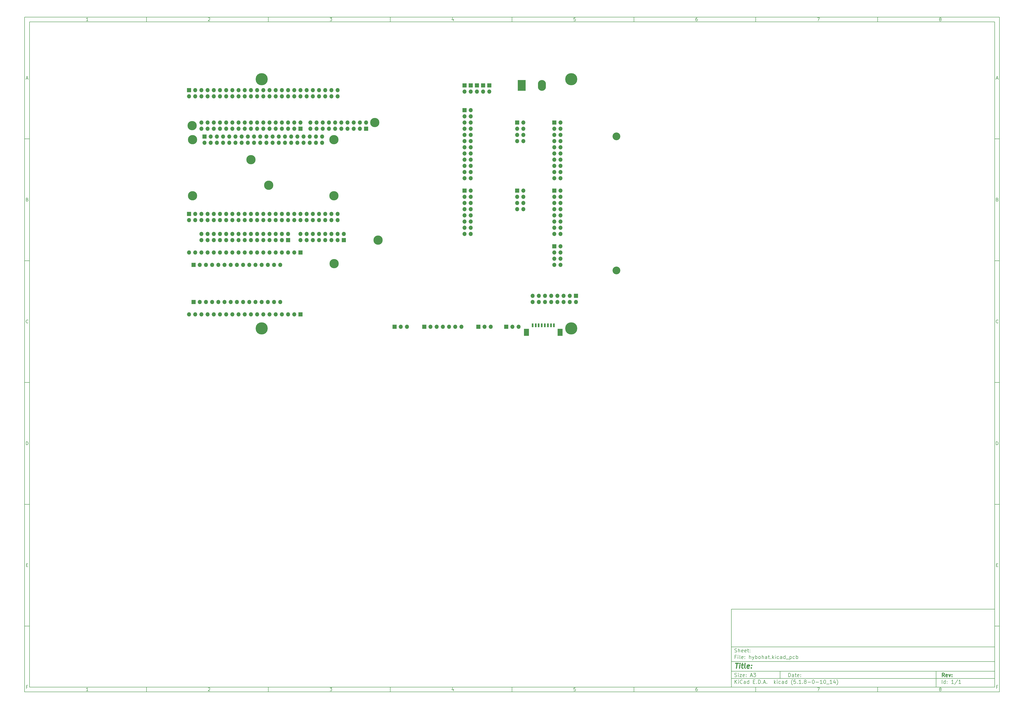
<source format=gbr>
G04 #@! TF.GenerationSoftware,KiCad,Pcbnew,(5.1.8-0-10_14)*
G04 #@! TF.CreationDate,2020-11-12T09:26:00+09:00*
G04 #@! TF.ProjectId,hybohat,6879626f-6861-4742-9e6b-696361645f70,rev?*
G04 #@! TF.SameCoordinates,Original*
G04 #@! TF.FileFunction,Soldermask,Top*
G04 #@! TF.FilePolarity,Negative*
%FSLAX46Y46*%
G04 Gerber Fmt 4.6, Leading zero omitted, Abs format (unit mm)*
G04 Created by KiCad (PCBNEW (5.1.8-0-10_14)) date 2020-11-12 09:26:00*
%MOMM*%
%LPD*%
G01*
G04 APERTURE LIST*
%ADD10C,0.100000*%
%ADD11C,0.150000*%
%ADD12C,0.300000*%
%ADD13C,0.400000*%
%ADD14O,1.700000X1.700000*%
%ADD15R,1.700000X1.700000*%
%ADD16C,5.000000*%
%ADD17C,3.810000*%
%ADD18C,3.200000*%
%ADD19R,3.300001X4.445000*%
%ADD20O,3.300001X4.445000*%
%ADD21R,2.100000X3.000000*%
%ADD22R,0.800000X1.600000*%
G04 APERTURE END LIST*
D10*
D11*
X299989000Y-253002200D02*
X299989000Y-285002200D01*
X407989000Y-285002200D01*
X407989000Y-253002200D01*
X299989000Y-253002200D01*
D10*
D11*
X10000000Y-10000000D02*
X10000000Y-287002200D01*
X409989000Y-287002200D01*
X409989000Y-10000000D01*
X10000000Y-10000000D01*
D10*
D11*
X12000000Y-12000000D02*
X12000000Y-285002200D01*
X407989000Y-285002200D01*
X407989000Y-12000000D01*
X12000000Y-12000000D01*
D10*
D11*
X60000000Y-12000000D02*
X60000000Y-10000000D01*
D10*
D11*
X110000000Y-12000000D02*
X110000000Y-10000000D01*
D10*
D11*
X160000000Y-12000000D02*
X160000000Y-10000000D01*
D10*
D11*
X210000000Y-12000000D02*
X210000000Y-10000000D01*
D10*
D11*
X260000000Y-12000000D02*
X260000000Y-10000000D01*
D10*
D11*
X310000000Y-12000000D02*
X310000000Y-10000000D01*
D10*
D11*
X360000000Y-12000000D02*
X360000000Y-10000000D01*
D10*
D11*
X36065476Y-11588095D02*
X35322619Y-11588095D01*
X35694047Y-11588095D02*
X35694047Y-10288095D01*
X35570238Y-10473809D01*
X35446428Y-10597619D01*
X35322619Y-10659523D01*
D10*
D11*
X85322619Y-10411904D02*
X85384523Y-10350000D01*
X85508333Y-10288095D01*
X85817857Y-10288095D01*
X85941666Y-10350000D01*
X86003571Y-10411904D01*
X86065476Y-10535714D01*
X86065476Y-10659523D01*
X86003571Y-10845238D01*
X85260714Y-11588095D01*
X86065476Y-11588095D01*
D10*
D11*
X135260714Y-10288095D02*
X136065476Y-10288095D01*
X135632142Y-10783333D01*
X135817857Y-10783333D01*
X135941666Y-10845238D01*
X136003571Y-10907142D01*
X136065476Y-11030952D01*
X136065476Y-11340476D01*
X136003571Y-11464285D01*
X135941666Y-11526190D01*
X135817857Y-11588095D01*
X135446428Y-11588095D01*
X135322619Y-11526190D01*
X135260714Y-11464285D01*
D10*
D11*
X185941666Y-10721428D02*
X185941666Y-11588095D01*
X185632142Y-10226190D02*
X185322619Y-11154761D01*
X186127380Y-11154761D01*
D10*
D11*
X236003571Y-10288095D02*
X235384523Y-10288095D01*
X235322619Y-10907142D01*
X235384523Y-10845238D01*
X235508333Y-10783333D01*
X235817857Y-10783333D01*
X235941666Y-10845238D01*
X236003571Y-10907142D01*
X236065476Y-11030952D01*
X236065476Y-11340476D01*
X236003571Y-11464285D01*
X235941666Y-11526190D01*
X235817857Y-11588095D01*
X235508333Y-11588095D01*
X235384523Y-11526190D01*
X235322619Y-11464285D01*
D10*
D11*
X285941666Y-10288095D02*
X285694047Y-10288095D01*
X285570238Y-10350000D01*
X285508333Y-10411904D01*
X285384523Y-10597619D01*
X285322619Y-10845238D01*
X285322619Y-11340476D01*
X285384523Y-11464285D01*
X285446428Y-11526190D01*
X285570238Y-11588095D01*
X285817857Y-11588095D01*
X285941666Y-11526190D01*
X286003571Y-11464285D01*
X286065476Y-11340476D01*
X286065476Y-11030952D01*
X286003571Y-10907142D01*
X285941666Y-10845238D01*
X285817857Y-10783333D01*
X285570238Y-10783333D01*
X285446428Y-10845238D01*
X285384523Y-10907142D01*
X285322619Y-11030952D01*
D10*
D11*
X335260714Y-10288095D02*
X336127380Y-10288095D01*
X335570238Y-11588095D01*
D10*
D11*
X385570238Y-10845238D02*
X385446428Y-10783333D01*
X385384523Y-10721428D01*
X385322619Y-10597619D01*
X385322619Y-10535714D01*
X385384523Y-10411904D01*
X385446428Y-10350000D01*
X385570238Y-10288095D01*
X385817857Y-10288095D01*
X385941666Y-10350000D01*
X386003571Y-10411904D01*
X386065476Y-10535714D01*
X386065476Y-10597619D01*
X386003571Y-10721428D01*
X385941666Y-10783333D01*
X385817857Y-10845238D01*
X385570238Y-10845238D01*
X385446428Y-10907142D01*
X385384523Y-10969047D01*
X385322619Y-11092857D01*
X385322619Y-11340476D01*
X385384523Y-11464285D01*
X385446428Y-11526190D01*
X385570238Y-11588095D01*
X385817857Y-11588095D01*
X385941666Y-11526190D01*
X386003571Y-11464285D01*
X386065476Y-11340476D01*
X386065476Y-11092857D01*
X386003571Y-10969047D01*
X385941666Y-10907142D01*
X385817857Y-10845238D01*
D10*
D11*
X60000000Y-285002200D02*
X60000000Y-287002200D01*
D10*
D11*
X110000000Y-285002200D02*
X110000000Y-287002200D01*
D10*
D11*
X160000000Y-285002200D02*
X160000000Y-287002200D01*
D10*
D11*
X210000000Y-285002200D02*
X210000000Y-287002200D01*
D10*
D11*
X260000000Y-285002200D02*
X260000000Y-287002200D01*
D10*
D11*
X310000000Y-285002200D02*
X310000000Y-287002200D01*
D10*
D11*
X360000000Y-285002200D02*
X360000000Y-287002200D01*
D10*
D11*
X36065476Y-286590295D02*
X35322619Y-286590295D01*
X35694047Y-286590295D02*
X35694047Y-285290295D01*
X35570238Y-285476009D01*
X35446428Y-285599819D01*
X35322619Y-285661723D01*
D10*
D11*
X85322619Y-285414104D02*
X85384523Y-285352200D01*
X85508333Y-285290295D01*
X85817857Y-285290295D01*
X85941666Y-285352200D01*
X86003571Y-285414104D01*
X86065476Y-285537914D01*
X86065476Y-285661723D01*
X86003571Y-285847438D01*
X85260714Y-286590295D01*
X86065476Y-286590295D01*
D10*
D11*
X135260714Y-285290295D02*
X136065476Y-285290295D01*
X135632142Y-285785533D01*
X135817857Y-285785533D01*
X135941666Y-285847438D01*
X136003571Y-285909342D01*
X136065476Y-286033152D01*
X136065476Y-286342676D01*
X136003571Y-286466485D01*
X135941666Y-286528390D01*
X135817857Y-286590295D01*
X135446428Y-286590295D01*
X135322619Y-286528390D01*
X135260714Y-286466485D01*
D10*
D11*
X185941666Y-285723628D02*
X185941666Y-286590295D01*
X185632142Y-285228390D02*
X185322619Y-286156961D01*
X186127380Y-286156961D01*
D10*
D11*
X236003571Y-285290295D02*
X235384523Y-285290295D01*
X235322619Y-285909342D01*
X235384523Y-285847438D01*
X235508333Y-285785533D01*
X235817857Y-285785533D01*
X235941666Y-285847438D01*
X236003571Y-285909342D01*
X236065476Y-286033152D01*
X236065476Y-286342676D01*
X236003571Y-286466485D01*
X235941666Y-286528390D01*
X235817857Y-286590295D01*
X235508333Y-286590295D01*
X235384523Y-286528390D01*
X235322619Y-286466485D01*
D10*
D11*
X285941666Y-285290295D02*
X285694047Y-285290295D01*
X285570238Y-285352200D01*
X285508333Y-285414104D01*
X285384523Y-285599819D01*
X285322619Y-285847438D01*
X285322619Y-286342676D01*
X285384523Y-286466485D01*
X285446428Y-286528390D01*
X285570238Y-286590295D01*
X285817857Y-286590295D01*
X285941666Y-286528390D01*
X286003571Y-286466485D01*
X286065476Y-286342676D01*
X286065476Y-286033152D01*
X286003571Y-285909342D01*
X285941666Y-285847438D01*
X285817857Y-285785533D01*
X285570238Y-285785533D01*
X285446428Y-285847438D01*
X285384523Y-285909342D01*
X285322619Y-286033152D01*
D10*
D11*
X335260714Y-285290295D02*
X336127380Y-285290295D01*
X335570238Y-286590295D01*
D10*
D11*
X385570238Y-285847438D02*
X385446428Y-285785533D01*
X385384523Y-285723628D01*
X385322619Y-285599819D01*
X385322619Y-285537914D01*
X385384523Y-285414104D01*
X385446428Y-285352200D01*
X385570238Y-285290295D01*
X385817857Y-285290295D01*
X385941666Y-285352200D01*
X386003571Y-285414104D01*
X386065476Y-285537914D01*
X386065476Y-285599819D01*
X386003571Y-285723628D01*
X385941666Y-285785533D01*
X385817857Y-285847438D01*
X385570238Y-285847438D01*
X385446428Y-285909342D01*
X385384523Y-285971247D01*
X385322619Y-286095057D01*
X385322619Y-286342676D01*
X385384523Y-286466485D01*
X385446428Y-286528390D01*
X385570238Y-286590295D01*
X385817857Y-286590295D01*
X385941666Y-286528390D01*
X386003571Y-286466485D01*
X386065476Y-286342676D01*
X386065476Y-286095057D01*
X386003571Y-285971247D01*
X385941666Y-285909342D01*
X385817857Y-285847438D01*
D10*
D11*
X10000000Y-60000000D02*
X12000000Y-60000000D01*
D10*
D11*
X10000000Y-110000000D02*
X12000000Y-110000000D01*
D10*
D11*
X10000000Y-160000000D02*
X12000000Y-160000000D01*
D10*
D11*
X10000000Y-210000000D02*
X12000000Y-210000000D01*
D10*
D11*
X10000000Y-260000000D02*
X12000000Y-260000000D01*
D10*
D11*
X10690476Y-35216666D02*
X11309523Y-35216666D01*
X10566666Y-35588095D02*
X11000000Y-34288095D01*
X11433333Y-35588095D01*
D10*
D11*
X11092857Y-84907142D02*
X11278571Y-84969047D01*
X11340476Y-85030952D01*
X11402380Y-85154761D01*
X11402380Y-85340476D01*
X11340476Y-85464285D01*
X11278571Y-85526190D01*
X11154761Y-85588095D01*
X10659523Y-85588095D01*
X10659523Y-84288095D01*
X11092857Y-84288095D01*
X11216666Y-84350000D01*
X11278571Y-84411904D01*
X11340476Y-84535714D01*
X11340476Y-84659523D01*
X11278571Y-84783333D01*
X11216666Y-84845238D01*
X11092857Y-84907142D01*
X10659523Y-84907142D01*
D10*
D11*
X11402380Y-135464285D02*
X11340476Y-135526190D01*
X11154761Y-135588095D01*
X11030952Y-135588095D01*
X10845238Y-135526190D01*
X10721428Y-135402380D01*
X10659523Y-135278571D01*
X10597619Y-135030952D01*
X10597619Y-134845238D01*
X10659523Y-134597619D01*
X10721428Y-134473809D01*
X10845238Y-134350000D01*
X11030952Y-134288095D01*
X11154761Y-134288095D01*
X11340476Y-134350000D01*
X11402380Y-134411904D01*
D10*
D11*
X10659523Y-185588095D02*
X10659523Y-184288095D01*
X10969047Y-184288095D01*
X11154761Y-184350000D01*
X11278571Y-184473809D01*
X11340476Y-184597619D01*
X11402380Y-184845238D01*
X11402380Y-185030952D01*
X11340476Y-185278571D01*
X11278571Y-185402380D01*
X11154761Y-185526190D01*
X10969047Y-185588095D01*
X10659523Y-185588095D01*
D10*
D11*
X10721428Y-234907142D02*
X11154761Y-234907142D01*
X11340476Y-235588095D02*
X10721428Y-235588095D01*
X10721428Y-234288095D01*
X11340476Y-234288095D01*
D10*
D11*
X11185714Y-284907142D02*
X10752380Y-284907142D01*
X10752380Y-285588095D02*
X10752380Y-284288095D01*
X11371428Y-284288095D01*
D10*
D11*
X409989000Y-60000000D02*
X407989000Y-60000000D01*
D10*
D11*
X409989000Y-110000000D02*
X407989000Y-110000000D01*
D10*
D11*
X409989000Y-160000000D02*
X407989000Y-160000000D01*
D10*
D11*
X409989000Y-210000000D02*
X407989000Y-210000000D01*
D10*
D11*
X409989000Y-260000000D02*
X407989000Y-260000000D01*
D10*
D11*
X408679476Y-35216666D02*
X409298523Y-35216666D01*
X408555666Y-35588095D02*
X408989000Y-34288095D01*
X409422333Y-35588095D01*
D10*
D11*
X409081857Y-84907142D02*
X409267571Y-84969047D01*
X409329476Y-85030952D01*
X409391380Y-85154761D01*
X409391380Y-85340476D01*
X409329476Y-85464285D01*
X409267571Y-85526190D01*
X409143761Y-85588095D01*
X408648523Y-85588095D01*
X408648523Y-84288095D01*
X409081857Y-84288095D01*
X409205666Y-84350000D01*
X409267571Y-84411904D01*
X409329476Y-84535714D01*
X409329476Y-84659523D01*
X409267571Y-84783333D01*
X409205666Y-84845238D01*
X409081857Y-84907142D01*
X408648523Y-84907142D01*
D10*
D11*
X409391380Y-135464285D02*
X409329476Y-135526190D01*
X409143761Y-135588095D01*
X409019952Y-135588095D01*
X408834238Y-135526190D01*
X408710428Y-135402380D01*
X408648523Y-135278571D01*
X408586619Y-135030952D01*
X408586619Y-134845238D01*
X408648523Y-134597619D01*
X408710428Y-134473809D01*
X408834238Y-134350000D01*
X409019952Y-134288095D01*
X409143761Y-134288095D01*
X409329476Y-134350000D01*
X409391380Y-134411904D01*
D10*
D11*
X408648523Y-185588095D02*
X408648523Y-184288095D01*
X408958047Y-184288095D01*
X409143761Y-184350000D01*
X409267571Y-184473809D01*
X409329476Y-184597619D01*
X409391380Y-184845238D01*
X409391380Y-185030952D01*
X409329476Y-185278571D01*
X409267571Y-185402380D01*
X409143761Y-185526190D01*
X408958047Y-185588095D01*
X408648523Y-185588095D01*
D10*
D11*
X408710428Y-234907142D02*
X409143761Y-234907142D01*
X409329476Y-235588095D02*
X408710428Y-235588095D01*
X408710428Y-234288095D01*
X409329476Y-234288095D01*
D10*
D11*
X409174714Y-284907142D02*
X408741380Y-284907142D01*
X408741380Y-285588095D02*
X408741380Y-284288095D01*
X409360428Y-284288095D01*
D10*
D11*
X323421142Y-280780771D02*
X323421142Y-279280771D01*
X323778285Y-279280771D01*
X323992571Y-279352200D01*
X324135428Y-279495057D01*
X324206857Y-279637914D01*
X324278285Y-279923628D01*
X324278285Y-280137914D01*
X324206857Y-280423628D01*
X324135428Y-280566485D01*
X323992571Y-280709342D01*
X323778285Y-280780771D01*
X323421142Y-280780771D01*
X325564000Y-280780771D02*
X325564000Y-279995057D01*
X325492571Y-279852200D01*
X325349714Y-279780771D01*
X325064000Y-279780771D01*
X324921142Y-279852200D01*
X325564000Y-280709342D02*
X325421142Y-280780771D01*
X325064000Y-280780771D01*
X324921142Y-280709342D01*
X324849714Y-280566485D01*
X324849714Y-280423628D01*
X324921142Y-280280771D01*
X325064000Y-280209342D01*
X325421142Y-280209342D01*
X325564000Y-280137914D01*
X326064000Y-279780771D02*
X326635428Y-279780771D01*
X326278285Y-279280771D02*
X326278285Y-280566485D01*
X326349714Y-280709342D01*
X326492571Y-280780771D01*
X326635428Y-280780771D01*
X327706857Y-280709342D02*
X327564000Y-280780771D01*
X327278285Y-280780771D01*
X327135428Y-280709342D01*
X327064000Y-280566485D01*
X327064000Y-279995057D01*
X327135428Y-279852200D01*
X327278285Y-279780771D01*
X327564000Y-279780771D01*
X327706857Y-279852200D01*
X327778285Y-279995057D01*
X327778285Y-280137914D01*
X327064000Y-280280771D01*
X328421142Y-280637914D02*
X328492571Y-280709342D01*
X328421142Y-280780771D01*
X328349714Y-280709342D01*
X328421142Y-280637914D01*
X328421142Y-280780771D01*
X328421142Y-279852200D02*
X328492571Y-279923628D01*
X328421142Y-279995057D01*
X328349714Y-279923628D01*
X328421142Y-279852200D01*
X328421142Y-279995057D01*
D10*
D11*
X299989000Y-281502200D02*
X407989000Y-281502200D01*
D10*
D11*
X301421142Y-283580771D02*
X301421142Y-282080771D01*
X302278285Y-283580771D02*
X301635428Y-282723628D01*
X302278285Y-282080771D02*
X301421142Y-282937914D01*
X302921142Y-283580771D02*
X302921142Y-282580771D01*
X302921142Y-282080771D02*
X302849714Y-282152200D01*
X302921142Y-282223628D01*
X302992571Y-282152200D01*
X302921142Y-282080771D01*
X302921142Y-282223628D01*
X304492571Y-283437914D02*
X304421142Y-283509342D01*
X304206857Y-283580771D01*
X304064000Y-283580771D01*
X303849714Y-283509342D01*
X303706857Y-283366485D01*
X303635428Y-283223628D01*
X303564000Y-282937914D01*
X303564000Y-282723628D01*
X303635428Y-282437914D01*
X303706857Y-282295057D01*
X303849714Y-282152200D01*
X304064000Y-282080771D01*
X304206857Y-282080771D01*
X304421142Y-282152200D01*
X304492571Y-282223628D01*
X305778285Y-283580771D02*
X305778285Y-282795057D01*
X305706857Y-282652200D01*
X305564000Y-282580771D01*
X305278285Y-282580771D01*
X305135428Y-282652200D01*
X305778285Y-283509342D02*
X305635428Y-283580771D01*
X305278285Y-283580771D01*
X305135428Y-283509342D01*
X305064000Y-283366485D01*
X305064000Y-283223628D01*
X305135428Y-283080771D01*
X305278285Y-283009342D01*
X305635428Y-283009342D01*
X305778285Y-282937914D01*
X307135428Y-283580771D02*
X307135428Y-282080771D01*
X307135428Y-283509342D02*
X306992571Y-283580771D01*
X306706857Y-283580771D01*
X306564000Y-283509342D01*
X306492571Y-283437914D01*
X306421142Y-283295057D01*
X306421142Y-282866485D01*
X306492571Y-282723628D01*
X306564000Y-282652200D01*
X306706857Y-282580771D01*
X306992571Y-282580771D01*
X307135428Y-282652200D01*
X308992571Y-282795057D02*
X309492571Y-282795057D01*
X309706857Y-283580771D02*
X308992571Y-283580771D01*
X308992571Y-282080771D01*
X309706857Y-282080771D01*
X310349714Y-283437914D02*
X310421142Y-283509342D01*
X310349714Y-283580771D01*
X310278285Y-283509342D01*
X310349714Y-283437914D01*
X310349714Y-283580771D01*
X311064000Y-283580771D02*
X311064000Y-282080771D01*
X311421142Y-282080771D01*
X311635428Y-282152200D01*
X311778285Y-282295057D01*
X311849714Y-282437914D01*
X311921142Y-282723628D01*
X311921142Y-282937914D01*
X311849714Y-283223628D01*
X311778285Y-283366485D01*
X311635428Y-283509342D01*
X311421142Y-283580771D01*
X311064000Y-283580771D01*
X312564000Y-283437914D02*
X312635428Y-283509342D01*
X312564000Y-283580771D01*
X312492571Y-283509342D01*
X312564000Y-283437914D01*
X312564000Y-283580771D01*
X313206857Y-283152200D02*
X313921142Y-283152200D01*
X313064000Y-283580771D02*
X313564000Y-282080771D01*
X314064000Y-283580771D01*
X314564000Y-283437914D02*
X314635428Y-283509342D01*
X314564000Y-283580771D01*
X314492571Y-283509342D01*
X314564000Y-283437914D01*
X314564000Y-283580771D01*
X317564000Y-283580771D02*
X317564000Y-282080771D01*
X317706857Y-283009342D02*
X318135428Y-283580771D01*
X318135428Y-282580771D02*
X317564000Y-283152200D01*
X318778285Y-283580771D02*
X318778285Y-282580771D01*
X318778285Y-282080771D02*
X318706857Y-282152200D01*
X318778285Y-282223628D01*
X318849714Y-282152200D01*
X318778285Y-282080771D01*
X318778285Y-282223628D01*
X320135428Y-283509342D02*
X319992571Y-283580771D01*
X319706857Y-283580771D01*
X319564000Y-283509342D01*
X319492571Y-283437914D01*
X319421142Y-283295057D01*
X319421142Y-282866485D01*
X319492571Y-282723628D01*
X319564000Y-282652200D01*
X319706857Y-282580771D01*
X319992571Y-282580771D01*
X320135428Y-282652200D01*
X321421142Y-283580771D02*
X321421142Y-282795057D01*
X321349714Y-282652200D01*
X321206857Y-282580771D01*
X320921142Y-282580771D01*
X320778285Y-282652200D01*
X321421142Y-283509342D02*
X321278285Y-283580771D01*
X320921142Y-283580771D01*
X320778285Y-283509342D01*
X320706857Y-283366485D01*
X320706857Y-283223628D01*
X320778285Y-283080771D01*
X320921142Y-283009342D01*
X321278285Y-283009342D01*
X321421142Y-282937914D01*
X322778285Y-283580771D02*
X322778285Y-282080771D01*
X322778285Y-283509342D02*
X322635428Y-283580771D01*
X322349714Y-283580771D01*
X322206857Y-283509342D01*
X322135428Y-283437914D01*
X322064000Y-283295057D01*
X322064000Y-282866485D01*
X322135428Y-282723628D01*
X322206857Y-282652200D01*
X322349714Y-282580771D01*
X322635428Y-282580771D01*
X322778285Y-282652200D01*
X325064000Y-284152200D02*
X324992571Y-284080771D01*
X324849714Y-283866485D01*
X324778285Y-283723628D01*
X324706857Y-283509342D01*
X324635428Y-283152200D01*
X324635428Y-282866485D01*
X324706857Y-282509342D01*
X324778285Y-282295057D01*
X324849714Y-282152200D01*
X324992571Y-281937914D01*
X325064000Y-281866485D01*
X326349714Y-282080771D02*
X325635428Y-282080771D01*
X325564000Y-282795057D01*
X325635428Y-282723628D01*
X325778285Y-282652200D01*
X326135428Y-282652200D01*
X326278285Y-282723628D01*
X326349714Y-282795057D01*
X326421142Y-282937914D01*
X326421142Y-283295057D01*
X326349714Y-283437914D01*
X326278285Y-283509342D01*
X326135428Y-283580771D01*
X325778285Y-283580771D01*
X325635428Y-283509342D01*
X325564000Y-283437914D01*
X327064000Y-283437914D02*
X327135428Y-283509342D01*
X327064000Y-283580771D01*
X326992571Y-283509342D01*
X327064000Y-283437914D01*
X327064000Y-283580771D01*
X328564000Y-283580771D02*
X327706857Y-283580771D01*
X328135428Y-283580771D02*
X328135428Y-282080771D01*
X327992571Y-282295057D01*
X327849714Y-282437914D01*
X327706857Y-282509342D01*
X329206857Y-283437914D02*
X329278285Y-283509342D01*
X329206857Y-283580771D01*
X329135428Y-283509342D01*
X329206857Y-283437914D01*
X329206857Y-283580771D01*
X330135428Y-282723628D02*
X329992571Y-282652200D01*
X329921142Y-282580771D01*
X329849714Y-282437914D01*
X329849714Y-282366485D01*
X329921142Y-282223628D01*
X329992571Y-282152200D01*
X330135428Y-282080771D01*
X330421142Y-282080771D01*
X330564000Y-282152200D01*
X330635428Y-282223628D01*
X330706857Y-282366485D01*
X330706857Y-282437914D01*
X330635428Y-282580771D01*
X330564000Y-282652200D01*
X330421142Y-282723628D01*
X330135428Y-282723628D01*
X329992571Y-282795057D01*
X329921142Y-282866485D01*
X329849714Y-283009342D01*
X329849714Y-283295057D01*
X329921142Y-283437914D01*
X329992571Y-283509342D01*
X330135428Y-283580771D01*
X330421142Y-283580771D01*
X330564000Y-283509342D01*
X330635428Y-283437914D01*
X330706857Y-283295057D01*
X330706857Y-283009342D01*
X330635428Y-282866485D01*
X330564000Y-282795057D01*
X330421142Y-282723628D01*
X331349714Y-283009342D02*
X332492571Y-283009342D01*
X333492571Y-282080771D02*
X333635428Y-282080771D01*
X333778285Y-282152200D01*
X333849714Y-282223628D01*
X333921142Y-282366485D01*
X333992571Y-282652200D01*
X333992571Y-283009342D01*
X333921142Y-283295057D01*
X333849714Y-283437914D01*
X333778285Y-283509342D01*
X333635428Y-283580771D01*
X333492571Y-283580771D01*
X333349714Y-283509342D01*
X333278285Y-283437914D01*
X333206857Y-283295057D01*
X333135428Y-283009342D01*
X333135428Y-282652200D01*
X333206857Y-282366485D01*
X333278285Y-282223628D01*
X333349714Y-282152200D01*
X333492571Y-282080771D01*
X334635428Y-283009342D02*
X335778285Y-283009342D01*
X337278285Y-283580771D02*
X336421142Y-283580771D01*
X336849714Y-283580771D02*
X336849714Y-282080771D01*
X336706857Y-282295057D01*
X336564000Y-282437914D01*
X336421142Y-282509342D01*
X338206857Y-282080771D02*
X338349714Y-282080771D01*
X338492571Y-282152200D01*
X338564000Y-282223628D01*
X338635428Y-282366485D01*
X338706857Y-282652200D01*
X338706857Y-283009342D01*
X338635428Y-283295057D01*
X338564000Y-283437914D01*
X338492571Y-283509342D01*
X338349714Y-283580771D01*
X338206857Y-283580771D01*
X338064000Y-283509342D01*
X337992571Y-283437914D01*
X337921142Y-283295057D01*
X337849714Y-283009342D01*
X337849714Y-282652200D01*
X337921142Y-282366485D01*
X337992571Y-282223628D01*
X338064000Y-282152200D01*
X338206857Y-282080771D01*
X338992571Y-283723628D02*
X340135428Y-283723628D01*
X341278285Y-283580771D02*
X340421142Y-283580771D01*
X340849714Y-283580771D02*
X340849714Y-282080771D01*
X340706857Y-282295057D01*
X340564000Y-282437914D01*
X340421142Y-282509342D01*
X342564000Y-282580771D02*
X342564000Y-283580771D01*
X342206857Y-282009342D02*
X341849714Y-283080771D01*
X342778285Y-283080771D01*
X343206857Y-284152200D02*
X343278285Y-284080771D01*
X343421142Y-283866485D01*
X343492571Y-283723628D01*
X343564000Y-283509342D01*
X343635428Y-283152200D01*
X343635428Y-282866485D01*
X343564000Y-282509342D01*
X343492571Y-282295057D01*
X343421142Y-282152200D01*
X343278285Y-281937914D01*
X343206857Y-281866485D01*
D10*
D11*
X299989000Y-278502200D02*
X407989000Y-278502200D01*
D10*
D12*
X387398285Y-280780771D02*
X386898285Y-280066485D01*
X386541142Y-280780771D02*
X386541142Y-279280771D01*
X387112571Y-279280771D01*
X387255428Y-279352200D01*
X387326857Y-279423628D01*
X387398285Y-279566485D01*
X387398285Y-279780771D01*
X387326857Y-279923628D01*
X387255428Y-279995057D01*
X387112571Y-280066485D01*
X386541142Y-280066485D01*
X388612571Y-280709342D02*
X388469714Y-280780771D01*
X388184000Y-280780771D01*
X388041142Y-280709342D01*
X387969714Y-280566485D01*
X387969714Y-279995057D01*
X388041142Y-279852200D01*
X388184000Y-279780771D01*
X388469714Y-279780771D01*
X388612571Y-279852200D01*
X388684000Y-279995057D01*
X388684000Y-280137914D01*
X387969714Y-280280771D01*
X389184000Y-279780771D02*
X389541142Y-280780771D01*
X389898285Y-279780771D01*
X390469714Y-280637914D02*
X390541142Y-280709342D01*
X390469714Y-280780771D01*
X390398285Y-280709342D01*
X390469714Y-280637914D01*
X390469714Y-280780771D01*
X390469714Y-279852200D02*
X390541142Y-279923628D01*
X390469714Y-279995057D01*
X390398285Y-279923628D01*
X390469714Y-279852200D01*
X390469714Y-279995057D01*
D10*
D11*
X301349714Y-280709342D02*
X301564000Y-280780771D01*
X301921142Y-280780771D01*
X302064000Y-280709342D01*
X302135428Y-280637914D01*
X302206857Y-280495057D01*
X302206857Y-280352200D01*
X302135428Y-280209342D01*
X302064000Y-280137914D01*
X301921142Y-280066485D01*
X301635428Y-279995057D01*
X301492571Y-279923628D01*
X301421142Y-279852200D01*
X301349714Y-279709342D01*
X301349714Y-279566485D01*
X301421142Y-279423628D01*
X301492571Y-279352200D01*
X301635428Y-279280771D01*
X301992571Y-279280771D01*
X302206857Y-279352200D01*
X302849714Y-280780771D02*
X302849714Y-279780771D01*
X302849714Y-279280771D02*
X302778285Y-279352200D01*
X302849714Y-279423628D01*
X302921142Y-279352200D01*
X302849714Y-279280771D01*
X302849714Y-279423628D01*
X303421142Y-279780771D02*
X304206857Y-279780771D01*
X303421142Y-280780771D01*
X304206857Y-280780771D01*
X305349714Y-280709342D02*
X305206857Y-280780771D01*
X304921142Y-280780771D01*
X304778285Y-280709342D01*
X304706857Y-280566485D01*
X304706857Y-279995057D01*
X304778285Y-279852200D01*
X304921142Y-279780771D01*
X305206857Y-279780771D01*
X305349714Y-279852200D01*
X305421142Y-279995057D01*
X305421142Y-280137914D01*
X304706857Y-280280771D01*
X306064000Y-280637914D02*
X306135428Y-280709342D01*
X306064000Y-280780771D01*
X305992571Y-280709342D01*
X306064000Y-280637914D01*
X306064000Y-280780771D01*
X306064000Y-279852200D02*
X306135428Y-279923628D01*
X306064000Y-279995057D01*
X305992571Y-279923628D01*
X306064000Y-279852200D01*
X306064000Y-279995057D01*
X307849714Y-280352200D02*
X308564000Y-280352200D01*
X307706857Y-280780771D02*
X308206857Y-279280771D01*
X308706857Y-280780771D01*
X309064000Y-279280771D02*
X309992571Y-279280771D01*
X309492571Y-279852200D01*
X309706857Y-279852200D01*
X309849714Y-279923628D01*
X309921142Y-279995057D01*
X309992571Y-280137914D01*
X309992571Y-280495057D01*
X309921142Y-280637914D01*
X309849714Y-280709342D01*
X309706857Y-280780771D01*
X309278285Y-280780771D01*
X309135428Y-280709342D01*
X309064000Y-280637914D01*
D10*
D11*
X386421142Y-283580771D02*
X386421142Y-282080771D01*
X387778285Y-283580771D02*
X387778285Y-282080771D01*
X387778285Y-283509342D02*
X387635428Y-283580771D01*
X387349714Y-283580771D01*
X387206857Y-283509342D01*
X387135428Y-283437914D01*
X387064000Y-283295057D01*
X387064000Y-282866485D01*
X387135428Y-282723628D01*
X387206857Y-282652200D01*
X387349714Y-282580771D01*
X387635428Y-282580771D01*
X387778285Y-282652200D01*
X388492571Y-283437914D02*
X388564000Y-283509342D01*
X388492571Y-283580771D01*
X388421142Y-283509342D01*
X388492571Y-283437914D01*
X388492571Y-283580771D01*
X388492571Y-282652200D02*
X388564000Y-282723628D01*
X388492571Y-282795057D01*
X388421142Y-282723628D01*
X388492571Y-282652200D01*
X388492571Y-282795057D01*
X391135428Y-283580771D02*
X390278285Y-283580771D01*
X390706857Y-283580771D02*
X390706857Y-282080771D01*
X390564000Y-282295057D01*
X390421142Y-282437914D01*
X390278285Y-282509342D01*
X392849714Y-282009342D02*
X391564000Y-283937914D01*
X394135428Y-283580771D02*
X393278285Y-283580771D01*
X393706857Y-283580771D02*
X393706857Y-282080771D01*
X393564000Y-282295057D01*
X393421142Y-282437914D01*
X393278285Y-282509342D01*
D10*
D11*
X299989000Y-274502200D02*
X407989000Y-274502200D01*
D10*
D13*
X301701380Y-275206961D02*
X302844238Y-275206961D01*
X302022809Y-277206961D02*
X302272809Y-275206961D01*
X303260904Y-277206961D02*
X303427571Y-275873628D01*
X303510904Y-275206961D02*
X303403761Y-275302200D01*
X303487095Y-275397438D01*
X303594238Y-275302200D01*
X303510904Y-275206961D01*
X303487095Y-275397438D01*
X304094238Y-275873628D02*
X304856142Y-275873628D01*
X304463285Y-275206961D02*
X304249000Y-276921247D01*
X304320428Y-277111723D01*
X304499000Y-277206961D01*
X304689476Y-277206961D01*
X305641857Y-277206961D02*
X305463285Y-277111723D01*
X305391857Y-276921247D01*
X305606142Y-275206961D01*
X307177571Y-277111723D02*
X306975190Y-277206961D01*
X306594238Y-277206961D01*
X306415666Y-277111723D01*
X306344238Y-276921247D01*
X306439476Y-276159342D01*
X306558523Y-275968866D01*
X306760904Y-275873628D01*
X307141857Y-275873628D01*
X307320428Y-275968866D01*
X307391857Y-276159342D01*
X307368047Y-276349819D01*
X306391857Y-276540295D01*
X308141857Y-277016485D02*
X308225190Y-277111723D01*
X308118047Y-277206961D01*
X308034714Y-277111723D01*
X308141857Y-277016485D01*
X308118047Y-277206961D01*
X308272809Y-275968866D02*
X308356142Y-276064104D01*
X308249000Y-276159342D01*
X308165666Y-276064104D01*
X308272809Y-275968866D01*
X308249000Y-276159342D01*
D10*
D11*
X301921142Y-272595057D02*
X301421142Y-272595057D01*
X301421142Y-273380771D02*
X301421142Y-271880771D01*
X302135428Y-271880771D01*
X302706857Y-273380771D02*
X302706857Y-272380771D01*
X302706857Y-271880771D02*
X302635428Y-271952200D01*
X302706857Y-272023628D01*
X302778285Y-271952200D01*
X302706857Y-271880771D01*
X302706857Y-272023628D01*
X303635428Y-273380771D02*
X303492571Y-273309342D01*
X303421142Y-273166485D01*
X303421142Y-271880771D01*
X304778285Y-273309342D02*
X304635428Y-273380771D01*
X304349714Y-273380771D01*
X304206857Y-273309342D01*
X304135428Y-273166485D01*
X304135428Y-272595057D01*
X304206857Y-272452200D01*
X304349714Y-272380771D01*
X304635428Y-272380771D01*
X304778285Y-272452200D01*
X304849714Y-272595057D01*
X304849714Y-272737914D01*
X304135428Y-272880771D01*
X305492571Y-273237914D02*
X305564000Y-273309342D01*
X305492571Y-273380771D01*
X305421142Y-273309342D01*
X305492571Y-273237914D01*
X305492571Y-273380771D01*
X305492571Y-272452200D02*
X305564000Y-272523628D01*
X305492571Y-272595057D01*
X305421142Y-272523628D01*
X305492571Y-272452200D01*
X305492571Y-272595057D01*
X307349714Y-273380771D02*
X307349714Y-271880771D01*
X307992571Y-273380771D02*
X307992571Y-272595057D01*
X307921142Y-272452200D01*
X307778285Y-272380771D01*
X307564000Y-272380771D01*
X307421142Y-272452200D01*
X307349714Y-272523628D01*
X308564000Y-272380771D02*
X308921142Y-273380771D01*
X309278285Y-272380771D02*
X308921142Y-273380771D01*
X308778285Y-273737914D01*
X308706857Y-273809342D01*
X308564000Y-273880771D01*
X309849714Y-273380771D02*
X309849714Y-271880771D01*
X309849714Y-272452200D02*
X309992571Y-272380771D01*
X310278285Y-272380771D01*
X310421142Y-272452200D01*
X310492571Y-272523628D01*
X310564000Y-272666485D01*
X310564000Y-273095057D01*
X310492571Y-273237914D01*
X310421142Y-273309342D01*
X310278285Y-273380771D01*
X309992571Y-273380771D01*
X309849714Y-273309342D01*
X311421142Y-273380771D02*
X311278285Y-273309342D01*
X311206857Y-273237914D01*
X311135428Y-273095057D01*
X311135428Y-272666485D01*
X311206857Y-272523628D01*
X311278285Y-272452200D01*
X311421142Y-272380771D01*
X311635428Y-272380771D01*
X311778285Y-272452200D01*
X311849714Y-272523628D01*
X311921142Y-272666485D01*
X311921142Y-273095057D01*
X311849714Y-273237914D01*
X311778285Y-273309342D01*
X311635428Y-273380771D01*
X311421142Y-273380771D01*
X312564000Y-273380771D02*
X312564000Y-271880771D01*
X313206857Y-273380771D02*
X313206857Y-272595057D01*
X313135428Y-272452200D01*
X312992571Y-272380771D01*
X312778285Y-272380771D01*
X312635428Y-272452200D01*
X312564000Y-272523628D01*
X314564000Y-273380771D02*
X314564000Y-272595057D01*
X314492571Y-272452200D01*
X314349714Y-272380771D01*
X314064000Y-272380771D01*
X313921142Y-272452200D01*
X314564000Y-273309342D02*
X314421142Y-273380771D01*
X314064000Y-273380771D01*
X313921142Y-273309342D01*
X313849714Y-273166485D01*
X313849714Y-273023628D01*
X313921142Y-272880771D01*
X314064000Y-272809342D01*
X314421142Y-272809342D01*
X314564000Y-272737914D01*
X315064000Y-272380771D02*
X315635428Y-272380771D01*
X315278285Y-271880771D02*
X315278285Y-273166485D01*
X315349714Y-273309342D01*
X315492571Y-273380771D01*
X315635428Y-273380771D01*
X316135428Y-273237914D02*
X316206857Y-273309342D01*
X316135428Y-273380771D01*
X316064000Y-273309342D01*
X316135428Y-273237914D01*
X316135428Y-273380771D01*
X316849714Y-273380771D02*
X316849714Y-271880771D01*
X316992571Y-272809342D02*
X317421142Y-273380771D01*
X317421142Y-272380771D02*
X316849714Y-272952200D01*
X318064000Y-273380771D02*
X318064000Y-272380771D01*
X318064000Y-271880771D02*
X317992571Y-271952200D01*
X318064000Y-272023628D01*
X318135428Y-271952200D01*
X318064000Y-271880771D01*
X318064000Y-272023628D01*
X319421142Y-273309342D02*
X319278285Y-273380771D01*
X318992571Y-273380771D01*
X318849714Y-273309342D01*
X318778285Y-273237914D01*
X318706857Y-273095057D01*
X318706857Y-272666485D01*
X318778285Y-272523628D01*
X318849714Y-272452200D01*
X318992571Y-272380771D01*
X319278285Y-272380771D01*
X319421142Y-272452200D01*
X320706857Y-273380771D02*
X320706857Y-272595057D01*
X320635428Y-272452200D01*
X320492571Y-272380771D01*
X320206857Y-272380771D01*
X320064000Y-272452200D01*
X320706857Y-273309342D02*
X320564000Y-273380771D01*
X320206857Y-273380771D01*
X320064000Y-273309342D01*
X319992571Y-273166485D01*
X319992571Y-273023628D01*
X320064000Y-272880771D01*
X320206857Y-272809342D01*
X320564000Y-272809342D01*
X320706857Y-272737914D01*
X322064000Y-273380771D02*
X322064000Y-271880771D01*
X322064000Y-273309342D02*
X321921142Y-273380771D01*
X321635428Y-273380771D01*
X321492571Y-273309342D01*
X321421142Y-273237914D01*
X321349714Y-273095057D01*
X321349714Y-272666485D01*
X321421142Y-272523628D01*
X321492571Y-272452200D01*
X321635428Y-272380771D01*
X321921142Y-272380771D01*
X322064000Y-272452200D01*
X322421142Y-273523628D02*
X323564000Y-273523628D01*
X323921142Y-272380771D02*
X323921142Y-273880771D01*
X323921142Y-272452200D02*
X324064000Y-272380771D01*
X324349714Y-272380771D01*
X324492571Y-272452200D01*
X324564000Y-272523628D01*
X324635428Y-272666485D01*
X324635428Y-273095057D01*
X324564000Y-273237914D01*
X324492571Y-273309342D01*
X324349714Y-273380771D01*
X324064000Y-273380771D01*
X323921142Y-273309342D01*
X325921142Y-273309342D02*
X325778285Y-273380771D01*
X325492571Y-273380771D01*
X325349714Y-273309342D01*
X325278285Y-273237914D01*
X325206857Y-273095057D01*
X325206857Y-272666485D01*
X325278285Y-272523628D01*
X325349714Y-272452200D01*
X325492571Y-272380771D01*
X325778285Y-272380771D01*
X325921142Y-272452200D01*
X326564000Y-273380771D02*
X326564000Y-271880771D01*
X326564000Y-272452200D02*
X326706857Y-272380771D01*
X326992571Y-272380771D01*
X327135428Y-272452200D01*
X327206857Y-272523628D01*
X327278285Y-272666485D01*
X327278285Y-273095057D01*
X327206857Y-273237914D01*
X327135428Y-273309342D01*
X326992571Y-273380771D01*
X326706857Y-273380771D01*
X326564000Y-273309342D01*
D10*
D11*
X299989000Y-268502200D02*
X407989000Y-268502200D01*
D10*
D11*
X301349714Y-270609342D02*
X301564000Y-270680771D01*
X301921142Y-270680771D01*
X302064000Y-270609342D01*
X302135428Y-270537914D01*
X302206857Y-270395057D01*
X302206857Y-270252200D01*
X302135428Y-270109342D01*
X302064000Y-270037914D01*
X301921142Y-269966485D01*
X301635428Y-269895057D01*
X301492571Y-269823628D01*
X301421142Y-269752200D01*
X301349714Y-269609342D01*
X301349714Y-269466485D01*
X301421142Y-269323628D01*
X301492571Y-269252200D01*
X301635428Y-269180771D01*
X301992571Y-269180771D01*
X302206857Y-269252200D01*
X302849714Y-270680771D02*
X302849714Y-269180771D01*
X303492571Y-270680771D02*
X303492571Y-269895057D01*
X303421142Y-269752200D01*
X303278285Y-269680771D01*
X303064000Y-269680771D01*
X302921142Y-269752200D01*
X302849714Y-269823628D01*
X304778285Y-270609342D02*
X304635428Y-270680771D01*
X304349714Y-270680771D01*
X304206857Y-270609342D01*
X304135428Y-270466485D01*
X304135428Y-269895057D01*
X304206857Y-269752200D01*
X304349714Y-269680771D01*
X304635428Y-269680771D01*
X304778285Y-269752200D01*
X304849714Y-269895057D01*
X304849714Y-270037914D01*
X304135428Y-270180771D01*
X306064000Y-270609342D02*
X305921142Y-270680771D01*
X305635428Y-270680771D01*
X305492571Y-270609342D01*
X305421142Y-270466485D01*
X305421142Y-269895057D01*
X305492571Y-269752200D01*
X305635428Y-269680771D01*
X305921142Y-269680771D01*
X306064000Y-269752200D01*
X306135428Y-269895057D01*
X306135428Y-270037914D01*
X305421142Y-270180771D01*
X306564000Y-269680771D02*
X307135428Y-269680771D01*
X306778285Y-269180771D02*
X306778285Y-270466485D01*
X306849714Y-270609342D01*
X306992571Y-270680771D01*
X307135428Y-270680771D01*
X307635428Y-270537914D02*
X307706857Y-270609342D01*
X307635428Y-270680771D01*
X307564000Y-270609342D01*
X307635428Y-270537914D01*
X307635428Y-270680771D01*
X307635428Y-269752200D02*
X307706857Y-269823628D01*
X307635428Y-269895057D01*
X307564000Y-269823628D01*
X307635428Y-269752200D01*
X307635428Y-269895057D01*
D10*
D11*
X319989000Y-278502200D02*
X319989000Y-281502200D01*
D10*
D11*
X383989000Y-278502200D02*
X383989000Y-285002200D01*
D14*
X123190000Y-99060000D03*
X123190000Y-101600000D03*
X125730000Y-99060000D03*
X125730000Y-101600000D03*
X128270000Y-99060000D03*
X128270000Y-101600000D03*
X130810000Y-99060000D03*
X130810000Y-101600000D03*
X133350000Y-99060000D03*
X133350000Y-101600000D03*
X135890000Y-99060000D03*
X135890000Y-101600000D03*
X138430000Y-99060000D03*
X138430000Y-101600000D03*
X140970000Y-99060000D03*
D15*
X140970000Y-101600000D03*
D16*
X107315000Y-35560000D03*
D17*
X78952540Y-60325000D03*
X136950000Y-83333000D03*
X136950000Y-60325000D03*
X136956800Y-111252000D03*
D14*
X82550000Y-99060000D03*
X82550000Y-101600000D03*
X85090000Y-99060000D03*
X85090000Y-101600000D03*
X87630000Y-99060000D03*
X87630000Y-101600000D03*
X90170000Y-99060000D03*
X90170000Y-101600000D03*
X92710000Y-99060000D03*
X92710000Y-101600000D03*
X95250000Y-99060000D03*
X95250000Y-101600000D03*
X97790000Y-99060000D03*
X97790000Y-101600000D03*
X100330000Y-99060000D03*
X100330000Y-101600000D03*
X102870000Y-99060000D03*
X102870000Y-101600000D03*
X105410000Y-99060000D03*
X105410000Y-101600000D03*
X107950000Y-99060000D03*
X107950000Y-101600000D03*
X110490000Y-99060000D03*
X110490000Y-101600000D03*
X113030000Y-99060000D03*
X113030000Y-101600000D03*
X115570000Y-99060000D03*
X115570000Y-101600000D03*
X118110000Y-99060000D03*
D15*
X118110000Y-101600000D03*
D17*
X102870000Y-68580000D03*
X78740000Y-54610000D03*
D18*
X252820000Y-114000000D03*
X252820000Y-59000000D03*
D19*
X213995000Y-38100000D03*
D20*
X222250000Y-38100000D03*
D14*
X198120000Y-40640000D03*
D15*
X198120000Y-38100000D03*
D14*
X195580000Y-40640000D03*
D15*
X195580000Y-38100000D03*
D14*
X190500000Y-40640000D03*
D15*
X190500000Y-38100000D03*
D14*
X193040000Y-40640000D03*
D15*
X193040000Y-38100000D03*
D14*
X200660000Y-40640000D03*
D15*
X200660000Y-38100000D03*
D17*
X153670000Y-53340000D03*
X78950000Y-83333000D03*
X155016200Y-101600000D03*
D16*
X234315000Y-35560000D03*
D14*
X114935000Y-127000000D03*
X112395000Y-127000000D03*
X109855000Y-127000000D03*
X107315000Y-127000000D03*
X104775000Y-127000000D03*
X102235000Y-127000000D03*
X99695000Y-127000000D03*
X97155000Y-127000000D03*
X94615000Y-127000000D03*
X92075000Y-127000000D03*
X89535000Y-127000000D03*
X86995000Y-127000000D03*
X84455000Y-127000000D03*
X81915000Y-127000000D03*
D15*
X79375000Y-127000000D03*
D14*
X138430000Y-42545000D03*
X138430000Y-40005000D03*
X135890000Y-42545000D03*
X135890000Y-40005000D03*
X133350000Y-42545000D03*
X133350000Y-40005000D03*
X130810000Y-42545000D03*
X130810000Y-40005000D03*
X128270000Y-42545000D03*
X128270000Y-40005000D03*
X125730000Y-42545000D03*
X125730000Y-40005000D03*
X123190000Y-42545000D03*
X123190000Y-40005000D03*
X120650000Y-42545000D03*
X120650000Y-40005000D03*
X118110000Y-42545000D03*
X118110000Y-40005000D03*
X115570000Y-42545000D03*
X115570000Y-40005000D03*
X113030000Y-42545000D03*
X113030000Y-40005000D03*
X110490000Y-42545000D03*
X110490000Y-40005000D03*
X107950000Y-42545000D03*
X107950000Y-40005000D03*
X105410000Y-42545000D03*
X105410000Y-40005000D03*
X102870000Y-42545000D03*
X102870000Y-40005000D03*
X100330000Y-42545000D03*
X100330000Y-40005000D03*
X97790000Y-42545000D03*
X97790000Y-40005000D03*
X95250000Y-42545000D03*
X95250000Y-40005000D03*
X92710000Y-42545000D03*
X92710000Y-40005000D03*
X90170000Y-42545000D03*
X90170000Y-40005000D03*
X87630000Y-42545000D03*
X87630000Y-40005000D03*
X85090000Y-42545000D03*
X85090000Y-40005000D03*
X82550000Y-42545000D03*
X82550000Y-40005000D03*
X80010000Y-42545000D03*
X80010000Y-40005000D03*
X77470000Y-42545000D03*
D15*
X77470000Y-40005000D03*
D14*
X166920000Y-137160000D03*
X164380000Y-137160000D03*
D15*
X161840000Y-137160000D03*
D14*
X189230000Y-137160000D03*
X186690000Y-137160000D03*
X184150000Y-137160000D03*
X181610000Y-137160000D03*
X179070000Y-137160000D03*
X176530000Y-137160000D03*
D15*
X173990000Y-137160000D03*
D14*
X201295000Y-137160000D03*
X198755000Y-137160000D03*
D15*
X196215000Y-137160000D03*
D14*
X212725000Y-137160000D03*
X210185000Y-137160000D03*
D15*
X207645000Y-137160000D03*
D21*
X229740000Y-139425000D03*
X215890000Y-139425000D03*
D22*
X223440000Y-136525000D03*
X225940000Y-136525000D03*
X227190000Y-136525000D03*
X224690000Y-136525000D03*
X220940000Y-136525000D03*
X222190000Y-136525000D03*
X218440000Y-136525000D03*
X219690000Y-136525000D03*
D14*
X218440000Y-127000000D03*
X218440000Y-124460000D03*
X220980000Y-127000000D03*
X220980000Y-124460000D03*
X223520000Y-127000000D03*
X223520000Y-124460000D03*
X226060000Y-127000000D03*
X226060000Y-124460000D03*
X228600000Y-127000000D03*
X228600000Y-124460000D03*
X231140000Y-127000000D03*
X231140000Y-124460000D03*
X233680000Y-127000000D03*
X233680000Y-124460000D03*
X236220000Y-127000000D03*
D15*
X236220000Y-124460000D03*
D14*
X214630000Y-88900000D03*
X212090000Y-88900000D03*
X214630000Y-86360000D03*
X212090000Y-86360000D03*
X214630000Y-83820000D03*
X212090000Y-83820000D03*
X214630000Y-81280000D03*
D15*
X212090000Y-81280000D03*
D14*
X229870000Y-111760000D03*
X227330000Y-111760000D03*
X229870000Y-109220000D03*
X227330000Y-109220000D03*
X229870000Y-106680000D03*
X227330000Y-106680000D03*
X229870000Y-104140000D03*
D15*
X227330000Y-104140000D03*
D14*
X214630000Y-60960000D03*
X212090000Y-60960000D03*
X214630000Y-58420000D03*
X212090000Y-58420000D03*
X214630000Y-55880000D03*
X212090000Y-55880000D03*
X214630000Y-53340000D03*
D15*
X212090000Y-53340000D03*
D14*
X229870000Y-99060000D03*
X227330000Y-99060000D03*
X229870000Y-96520000D03*
X227330000Y-96520000D03*
X229870000Y-93980000D03*
X227330000Y-93980000D03*
X229870000Y-91440000D03*
X227330000Y-91440000D03*
X229870000Y-88900000D03*
X227330000Y-88900000D03*
X229870000Y-86360000D03*
X227330000Y-86360000D03*
X229870000Y-83820000D03*
X227330000Y-83820000D03*
X229870000Y-81280000D03*
D15*
X227330000Y-81280000D03*
D14*
X229870000Y-76200000D03*
X227330000Y-76200000D03*
X229870000Y-73660000D03*
X227330000Y-73660000D03*
X229870000Y-71120000D03*
X227330000Y-71120000D03*
X229870000Y-68580000D03*
X227330000Y-68580000D03*
X229870000Y-66040000D03*
X227330000Y-66040000D03*
X229870000Y-63500000D03*
X227330000Y-63500000D03*
X229870000Y-60960000D03*
X227330000Y-60960000D03*
X229870000Y-58420000D03*
X227330000Y-58420000D03*
X229870000Y-55880000D03*
X227330000Y-55880000D03*
X229870000Y-53340000D03*
D15*
X227330000Y-53340000D03*
D14*
X193040000Y-99060000D03*
X190500000Y-99060000D03*
X193040000Y-96520000D03*
X190500000Y-96520000D03*
X193040000Y-93980000D03*
X190500000Y-93980000D03*
X193040000Y-91440000D03*
X190500000Y-91440000D03*
X193040000Y-88900000D03*
X190500000Y-88900000D03*
X193040000Y-86360000D03*
X190500000Y-86360000D03*
X193040000Y-83820000D03*
X190500000Y-83820000D03*
X193040000Y-81280000D03*
D15*
X190500000Y-81280000D03*
D14*
X193040000Y-76200000D03*
X190500000Y-76200000D03*
X193040000Y-73660000D03*
X190500000Y-73660000D03*
X193040000Y-71120000D03*
X190500000Y-71120000D03*
X193040000Y-68580000D03*
X190500000Y-68580000D03*
X193040000Y-66040000D03*
X190500000Y-66040000D03*
X193040000Y-63500000D03*
X190500000Y-63500000D03*
X193040000Y-60960000D03*
X190500000Y-60960000D03*
X193040000Y-58420000D03*
X190500000Y-58420000D03*
X193040000Y-55880000D03*
X190500000Y-55880000D03*
X193040000Y-53340000D03*
X190500000Y-53340000D03*
X193040000Y-50800000D03*
X190500000Y-50800000D03*
X193040000Y-48260000D03*
D15*
X190500000Y-48260000D03*
D14*
X77470000Y-132080000D03*
X80010000Y-132080000D03*
X82550000Y-132080000D03*
X85090000Y-132080000D03*
X87630000Y-132080000D03*
X90170000Y-132080000D03*
X92710000Y-132080000D03*
X95250000Y-132080000D03*
X97790000Y-132080000D03*
X100330000Y-132080000D03*
X102870000Y-132080000D03*
X105410000Y-132080000D03*
X107950000Y-132080000D03*
X110490000Y-132080000D03*
X113030000Y-132080000D03*
X115570000Y-132080000D03*
X118110000Y-132080000D03*
X120650000Y-132080000D03*
D15*
X123190000Y-132080000D03*
D14*
X77470000Y-106680000D03*
X80010000Y-106680000D03*
X82550000Y-106680000D03*
X85090000Y-106680000D03*
X87630000Y-106680000D03*
X90170000Y-106680000D03*
X92710000Y-106680000D03*
X95250000Y-106680000D03*
X97790000Y-106680000D03*
X100330000Y-106680000D03*
X102870000Y-106680000D03*
X105410000Y-106680000D03*
X107950000Y-106680000D03*
X110490000Y-106680000D03*
X113030000Y-106680000D03*
X115570000Y-106680000D03*
X118110000Y-106680000D03*
X120650000Y-106680000D03*
D15*
X123190000Y-106680000D03*
D14*
X132080000Y-61595000D03*
X132080000Y-59055000D03*
X129540000Y-61595000D03*
X129540000Y-59055000D03*
X127000000Y-61595000D03*
X127000000Y-59055000D03*
X124460000Y-61595000D03*
X124460000Y-59055000D03*
X121920000Y-61595000D03*
X121920000Y-59055000D03*
X119380000Y-61595000D03*
X119380000Y-59055000D03*
X116840000Y-61595000D03*
X116840000Y-59055000D03*
X114300000Y-61595000D03*
X114300000Y-59055000D03*
X111760000Y-61595000D03*
X111760000Y-59055000D03*
X109220000Y-61595000D03*
X109220000Y-59055000D03*
X106680000Y-61595000D03*
X106680000Y-59055000D03*
X104140000Y-61595000D03*
X104140000Y-59055000D03*
X101600000Y-61595000D03*
X101600000Y-59055000D03*
X99060000Y-61595000D03*
X99060000Y-59055000D03*
X96520000Y-61595000D03*
X96520000Y-59055000D03*
X93980000Y-61595000D03*
X93980000Y-59055000D03*
X91440000Y-61595000D03*
X91440000Y-59055000D03*
X88900000Y-61595000D03*
X88900000Y-59055000D03*
X86360000Y-61595000D03*
X86360000Y-59055000D03*
X83820000Y-61595000D03*
D15*
X83820000Y-59055000D03*
D14*
X114935000Y-111760000D03*
X112395000Y-111760000D03*
X109855000Y-111760000D03*
X107315000Y-111760000D03*
X104775000Y-111760000D03*
X102235000Y-111760000D03*
X99695000Y-111760000D03*
X97155000Y-111760000D03*
X94615000Y-111760000D03*
X92075000Y-111760000D03*
X89535000Y-111760000D03*
X86995000Y-111760000D03*
X84455000Y-111760000D03*
X81915000Y-111760000D03*
D15*
X79375000Y-111760000D03*
D14*
X138430000Y-93345000D03*
X138430000Y-90805000D03*
X135890000Y-93345000D03*
X135890000Y-90805000D03*
X133350000Y-93345000D03*
X133350000Y-90805000D03*
X130810000Y-93345000D03*
X130810000Y-90805000D03*
X128270000Y-93345000D03*
X128270000Y-90805000D03*
X125730000Y-93345000D03*
X125730000Y-90805000D03*
X123190000Y-93345000D03*
X123190000Y-90805000D03*
X120650000Y-93345000D03*
X120650000Y-90805000D03*
X118110000Y-93345000D03*
X118110000Y-90805000D03*
X115570000Y-93345000D03*
X115570000Y-90805000D03*
X113030000Y-93345000D03*
X113030000Y-90805000D03*
X110490000Y-93345000D03*
X110490000Y-90805000D03*
X107950000Y-93345000D03*
X107950000Y-90805000D03*
X105410000Y-93345000D03*
X105410000Y-90805000D03*
X102870000Y-93345000D03*
X102870000Y-90805000D03*
X100330000Y-93345000D03*
X100330000Y-90805000D03*
X97790000Y-93345000D03*
X97790000Y-90805000D03*
X95250000Y-93345000D03*
X95250000Y-90805000D03*
X92710000Y-93345000D03*
X92710000Y-90805000D03*
X90170000Y-93345000D03*
X90170000Y-90805000D03*
X87630000Y-93345000D03*
X87630000Y-90805000D03*
X85090000Y-93345000D03*
X85090000Y-90805000D03*
X82550000Y-93345000D03*
X82550000Y-90805000D03*
X80010000Y-93345000D03*
X80010000Y-90805000D03*
X77470000Y-93345000D03*
D15*
X77470000Y-90805000D03*
D16*
X107315000Y-137795000D03*
X234315000Y-137795000D03*
D14*
X127270623Y-53321652D03*
X127270623Y-55861652D03*
X129810623Y-53321652D03*
X129810623Y-55861652D03*
X132350623Y-53321652D03*
X132350623Y-55861652D03*
X134890623Y-53321652D03*
X134890623Y-55861652D03*
X137430623Y-53321652D03*
X137430623Y-55861652D03*
X139970623Y-53321652D03*
X139970623Y-55861652D03*
X142510623Y-53321652D03*
X142510623Y-55861652D03*
X145050623Y-53321652D03*
X145050623Y-55861652D03*
X147590623Y-53321652D03*
X147590623Y-55861652D03*
X150130623Y-53321652D03*
D15*
X150130623Y-55861652D03*
D14*
X82550000Y-53340000D03*
X82550000Y-55880000D03*
X85090000Y-53340000D03*
X85090000Y-55880000D03*
X87630000Y-53340000D03*
X87630000Y-55880000D03*
X90170000Y-53340000D03*
X90170000Y-55880000D03*
X92710000Y-53340000D03*
X92710000Y-55880000D03*
X95250000Y-53340000D03*
X95250000Y-55880000D03*
X97790000Y-53340000D03*
X97790000Y-55880000D03*
X100330000Y-53340000D03*
X100330000Y-55880000D03*
X102870000Y-53340000D03*
X102870000Y-55880000D03*
X105410000Y-53340000D03*
X105410000Y-55880000D03*
X107950000Y-53340000D03*
X107950000Y-55880000D03*
X110490000Y-53340000D03*
X110490000Y-55880000D03*
X113030000Y-53340000D03*
X113030000Y-55880000D03*
X115570000Y-53340000D03*
X115570000Y-55880000D03*
X118110000Y-53340000D03*
X118110000Y-55880000D03*
X120650000Y-53340000D03*
X120650000Y-55880000D03*
X123190000Y-53340000D03*
D15*
X123190000Y-55880000D03*
D17*
X110155001Y-79040001D03*
M02*

</source>
